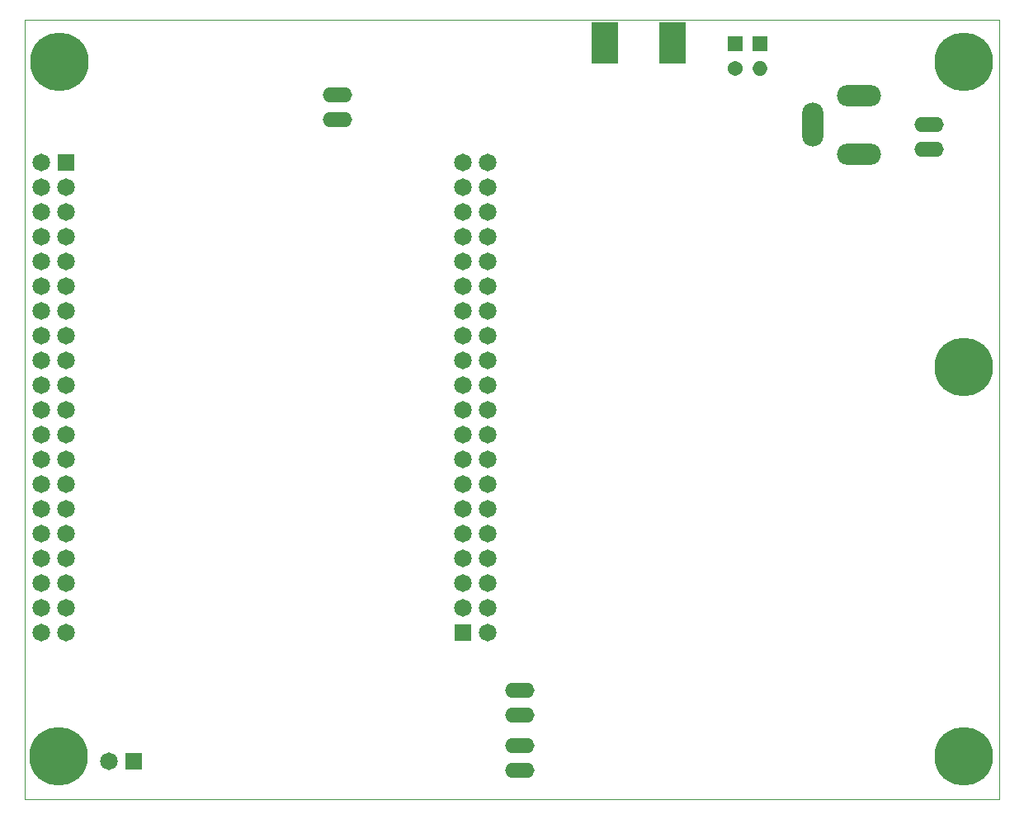
<source format=gbs>
G04 (created by PCBNEW-RS274X (2012-08-04 BZR 3667)-testing) date 10/11/2012 4:33:33 PM*
%MOIN*%
G04 Gerber Fmt 3.4, Leading zero omitted, Abs format*
%FSLAX34Y34*%
G01*
G70*
G90*
G04 APERTURE LIST*
%ADD10C,0.006*%
%ADD11C,0.0039*%
%ADD12O,0.1185X0.0606*%
%ADD13R,0.1056X0.1656*%
%ADD14R,0.0606X0.0606*%
%ADD15O,0.0606X0.0606*%
%ADD16C,0.0606*%
%ADD17O,0.1778X0.0866*%
%ADD18O,0.0866X0.1778*%
%ADD19C,0.2368*%
%ADD20C,0.0713*%
%ADD21R,0.0713X0.0713*%
G04 APERTURE END LIST*
G54D10*
G54D11*
X37795Y-22047D02*
X37795Y-53542D01*
X77165Y-22047D02*
X37795Y-22047D01*
X77165Y-53542D02*
X77165Y-22047D01*
X37795Y-53542D02*
X77165Y-53542D01*
G54D12*
X50432Y-25089D03*
X50432Y-26088D03*
X57781Y-50138D03*
X57781Y-49139D03*
X57781Y-52383D03*
X57781Y-51384D03*
X74331Y-26276D03*
X74331Y-27275D03*
G54D13*
X61221Y-22978D03*
X63973Y-22978D03*
G54D14*
X67493Y-23001D03*
G54D15*
X67493Y-24001D03*
G54D14*
X66494Y-23001D03*
G54D16*
X66494Y-24001D03*
G54D17*
X71500Y-25117D03*
G54D18*
X69610Y-26299D03*
G54D17*
X71500Y-27480D03*
G54D19*
X75717Y-23764D03*
X75717Y-36079D03*
G54D20*
X38445Y-27826D03*
X38445Y-28826D03*
X38445Y-29826D03*
X38445Y-30826D03*
X38445Y-31826D03*
X38445Y-32826D03*
X38445Y-33826D03*
X38445Y-34826D03*
X38445Y-35826D03*
X38445Y-36826D03*
X38445Y-37826D03*
X38445Y-38826D03*
X38445Y-39826D03*
X38445Y-40826D03*
X38445Y-41826D03*
X38445Y-42826D03*
X38445Y-43826D03*
X38445Y-44826D03*
X38445Y-45826D03*
X38445Y-46826D03*
X39444Y-28826D03*
X39444Y-29825D03*
X39445Y-30826D03*
X39445Y-31826D03*
X39445Y-32826D03*
X39445Y-33826D03*
X39445Y-34826D03*
X39445Y-35826D03*
X39445Y-36826D03*
X39445Y-38826D03*
X39445Y-37826D03*
X39445Y-39826D03*
X39445Y-40826D03*
X39445Y-41826D03*
X39445Y-42826D03*
X39445Y-43826D03*
X39445Y-44826D03*
X39445Y-45826D03*
X39444Y-46826D03*
G54D21*
X39444Y-27828D03*
G54D20*
X55496Y-27826D03*
X55496Y-28826D03*
X55496Y-29826D03*
X55496Y-30826D03*
X55496Y-31826D03*
X55496Y-32826D03*
X55496Y-33826D03*
X55496Y-34826D03*
X55496Y-35826D03*
X55496Y-36826D03*
X55496Y-37826D03*
X55496Y-38826D03*
X55496Y-39826D03*
X55496Y-40826D03*
X55495Y-41825D03*
X55496Y-42826D03*
X55496Y-43826D03*
X55496Y-44826D03*
X55496Y-45826D03*
G54D21*
X55494Y-46826D03*
G54D20*
X56496Y-27826D03*
X56496Y-28826D03*
X56496Y-29826D03*
X56496Y-30826D03*
X56496Y-31826D03*
X56496Y-32826D03*
X56496Y-34826D03*
X56496Y-33826D03*
X56496Y-36826D03*
X56496Y-35826D03*
X56496Y-37826D03*
X56496Y-39826D03*
X56496Y-38826D03*
X56496Y-46826D03*
X56496Y-45826D03*
X56496Y-44826D03*
X56496Y-43826D03*
X56496Y-41826D03*
X56496Y-40826D03*
X56496Y-42826D03*
X41194Y-52031D03*
G54D21*
X42195Y-52031D03*
G54D19*
X75717Y-51827D03*
X39173Y-51831D03*
X39177Y-23760D03*
M02*

</source>
